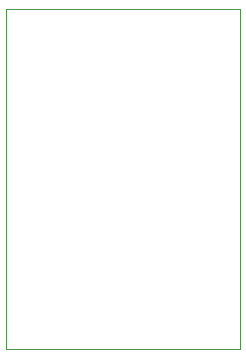
<source format=gbr>
%TF.GenerationSoftware,KiCad,Pcbnew,7.0.9-7.0.9~ubuntu22.04.1*%
%TF.CreationDate,2023-12-12T12:02:25+02:00*%
%TF.ProjectId,Haply_EE,4861706c-795f-4454-952e-6b696361645f,rev?*%
%TF.SameCoordinates,Original*%
%TF.FileFunction,Profile,NP*%
%FSLAX46Y46*%
G04 Gerber Fmt 4.6, Leading zero omitted, Abs format (unit mm)*
G04 Created by KiCad (PCBNEW 7.0.9-7.0.9~ubuntu22.04.1) date 2023-12-12 12:02:25*
%MOMM*%
%LPD*%
G01*
G04 APERTURE LIST*
%TA.AperFunction,Profile*%
%ADD10C,0.100000*%
%TD*%
G04 APERTURE END LIST*
D10*
X122000000Y-123250000D02*
X141750000Y-123250000D01*
X122250000Y-94500000D02*
X122000000Y-94500000D01*
X141750000Y-123250000D02*
X141750000Y-94500000D01*
X141750000Y-94500000D02*
X122250000Y-94500000D01*
X122000000Y-123250000D02*
X122000000Y-94500000D01*
M02*

</source>
